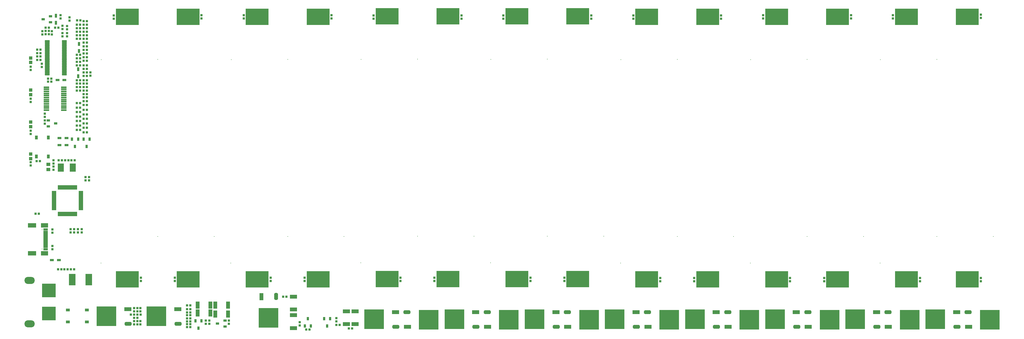
<source format=gts>
G04*
G04 #@! TF.GenerationSoftware,Altium Limited,Altium Designer,18.1.7 (191)*
G04*
G04 Layer_Color=8388736*
%FSLAX44Y44*%
%MOMM*%
G71*
G01*
G75*
%ADD49R,1.2032X0.6532*%
%ADD50R,1.0032X1.0032*%
%ADD51R,0.8032X0.8032*%
%ADD52R,6.2032X6.2032*%
G04:AMPARAMS|DCode=53|XSize=2.2032mm|YSize=1.2032mm|CornerRadius=0mm|HoleSize=0mm|Usage=FLASHONLY|Rotation=180.000|XOffset=0mm|YOffset=0mm|HoleType=Round|Shape=Octagon|*
%AMOCTAGOND53*
4,1,8,-1.1016,0.3008,-1.1016,-0.3008,-0.8008,-0.6016,0.8008,-0.6016,1.1016,-0.3008,1.1016,0.3008,0.8008,0.6016,-0.8008,0.6016,-1.1016,0.3008,0.0*
%
%ADD53OCTAGOND53*%

%ADD54R,2.2032X1.2032*%
%ADD55R,7.2032X5.2032*%
%ADD56R,6.2032X6.2032*%
G04:AMPARAMS|DCode=57|XSize=2.2032mm|YSize=1.2032mm|CornerRadius=0mm|HoleSize=0mm|Usage=FLASHONLY|Rotation=90.000|XOffset=0mm|YOffset=0mm|HoleType=Round|Shape=Octagon|*
%AMOCTAGOND57*
4,1,8,0.3008,1.1016,-0.3008,1.1016,-0.6016,0.8008,-0.6016,-0.8008,-0.3008,-1.1016,0.3008,-1.1016,0.6016,-0.8008,0.6016,0.8008,0.3008,1.1016,0.0*
%
%ADD57OCTAGOND57*%

%ADD58R,1.2032X2.2032*%
%ADD59R,0.8032X0.8032*%
%ADD60R,2.2032X1.3032*%
%ADD61R,0.7532X1.0032*%
%ADD62R,1.6532X0.5032*%
%ADD63R,1.3032X0.9032*%
%ADD64R,0.9032X1.3032*%
%ADD65R,1.1832X1.1332*%
%ADD66R,1.3532X0.8032*%
%ADD67R,1.3532X0.5032*%
%ADD68R,2.0032X3.6032*%
%ADD69O,1.5532X0.5532*%
%ADD70R,1.4032X0.5032*%
%ADD71R,0.5032X1.4032*%
%ADD72R,1.0032X0.7532*%
%ADD73R,0.6532X1.2032*%
%ADD74R,1.9032X2.6032*%
%ADD75R,1.3032X2.2032*%
%ADD76R,4.2032X4.2032*%
%ADD77O,3.2032X2.2032*%
%ADD78C,0.2032*%
%ADD79R,2.2032X1.4032*%
%ADD80R,2.5032X1.4032*%
D49*
X342000Y396000D02*
D03*
X320000D02*
D03*
X359000Y958000D02*
D03*
X337000D02*
D03*
X365000Y755000D02*
D03*
X343000D02*
D03*
X365000Y777000D02*
D03*
X343000D02*
D03*
D50*
X254000Y727000D02*
D03*
Y713000D02*
D03*
Y813000D02*
D03*
Y827000D02*
D03*
Y913000D02*
D03*
Y927000D02*
D03*
Y1013000D02*
D03*
Y1027000D02*
D03*
D51*
Y691920D02*
D03*
Y702080D02*
D03*
X1093000Y191920D02*
D03*
Y202080D02*
D03*
X320000Y1100920D02*
D03*
Y1111080D02*
D03*
X596000Y206080D02*
D03*
Y195920D02*
D03*
X576000Y206080D02*
D03*
Y195920D02*
D03*
X586000D02*
D03*
Y206080D02*
D03*
X596000Y246080D02*
D03*
Y235920D02*
D03*
X254000Y789920D02*
D03*
Y800080D02*
D03*
Y889920D02*
D03*
Y900080D02*
D03*
X800000Y196920D02*
D03*
Y207080D02*
D03*
X254000Y989920D02*
D03*
Y1000080D02*
D03*
X367000Y1105203D02*
D03*
Y1095043D02*
D03*
Y1127203D02*
D03*
Y1117043D02*
D03*
X310000Y1111203D02*
D03*
Y1101043D02*
D03*
X298000Y832080D02*
D03*
Y821920D02*
D03*
X425000Y645110D02*
D03*
Y655270D02*
D03*
X347000Y1150920D02*
D03*
Y1161080D02*
D03*
X353000Y1095043D02*
D03*
Y1105203D02*
D03*
X353000Y1117110D02*
D03*
Y1127270D02*
D03*
X300000Y1111203D02*
D03*
Y1101043D02*
D03*
X440000Y972110D02*
D03*
Y982270D02*
D03*
X436000Y644920D02*
D03*
Y655080D02*
D03*
X401000Y482920D02*
D03*
Y493080D02*
D03*
X413000Y482920D02*
D03*
Y493080D02*
D03*
X290000Y1100920D02*
D03*
Y1111080D02*
D03*
X1207000Y215080D02*
D03*
Y204920D02*
D03*
X288000Y1009080D02*
D03*
Y998920D02*
D03*
X378000Y482920D02*
D03*
Y493080D02*
D03*
X389000Y482920D02*
D03*
Y493080D02*
D03*
X375000Y1154203D02*
D03*
Y1144043D02*
D03*
X298000Y853080D02*
D03*
Y842920D02*
D03*
X325000Y677920D02*
D03*
Y688080D02*
D03*
Y708080D02*
D03*
Y697920D02*
D03*
X872000Y207080D02*
D03*
Y196920D02*
D03*
X321000Y440080D02*
D03*
Y429920D02*
D03*
Y481920D02*
D03*
Y492080D02*
D03*
X3217000Y1162080D02*
D03*
Y1151920D02*
D03*
Y340080D02*
D03*
Y329920D02*
D03*
X1597000Y1160080D02*
D03*
Y1149920D02*
D03*
X2133000Y1160080D02*
D03*
Y1149920D02*
D03*
X1513000Y341080D02*
D03*
Y330920D02*
D03*
X2217000Y340080D02*
D03*
Y329920D02*
D03*
X513000Y1160080D02*
D03*
Y1149920D02*
D03*
X1192000Y1161080D02*
D03*
Y1150920D02*
D03*
X1108000Y341080D02*
D03*
Y330920D02*
D03*
X597000Y341080D02*
D03*
Y330920D02*
D03*
X2943000Y1161080D02*
D03*
Y1150920D02*
D03*
X3027000Y340080D02*
D03*
Y329920D02*
D03*
X2812000Y1161080D02*
D03*
Y1150920D02*
D03*
X2538000Y1161080D02*
D03*
Y1150920D02*
D03*
X2728000Y340080D02*
D03*
Y329920D02*
D03*
X2622000Y340080D02*
D03*
Y329920D02*
D03*
X2407000Y1160080D02*
D03*
Y1149920D02*
D03*
X2323000Y340080D02*
D03*
Y329920D02*
D03*
X2002000Y1160080D02*
D03*
Y1149920D02*
D03*
X1918000Y341080D02*
D03*
Y330920D02*
D03*
X1728000Y1160080D02*
D03*
Y1149920D02*
D03*
X1812000Y341080D02*
D03*
Y330920D02*
D03*
X1323000Y1160080D02*
D03*
Y1149920D02*
D03*
X1407000Y341080D02*
D03*
Y330920D02*
D03*
X918000Y1161080D02*
D03*
Y1150920D02*
D03*
X1002000Y341080D02*
D03*
Y330920D02*
D03*
X786000Y1161080D02*
D03*
Y1150920D02*
D03*
X703000Y341080D02*
D03*
Y330920D02*
D03*
X811000Y207080D02*
D03*
Y196920D02*
D03*
D52*
X1495000Y210000D02*
D03*
X1325000Y212000D02*
D03*
X1745000Y210000D02*
D03*
X1575000Y212000D02*
D03*
X1995000Y210000D02*
D03*
X1825000Y212000D02*
D03*
X2245000Y210000D02*
D03*
X2075000Y212000D02*
D03*
X2495000Y210000D02*
D03*
X2325000Y212000D02*
D03*
X2745000Y210000D02*
D03*
X2575000Y212000D02*
D03*
X2995000Y210000D02*
D03*
X2825000Y212000D02*
D03*
X3245000Y210000D02*
D03*
X3075000Y212000D02*
D03*
X490000Y221000D02*
D03*
X646000Y221000D02*
D03*
D53*
X1427500Y234000D02*
D03*
X1392500Y188000D02*
D03*
X1677500Y234000D02*
D03*
X1642500Y188000D02*
D03*
X1927500Y234000D02*
D03*
X1892500Y188000D02*
D03*
X2177500Y234000D02*
D03*
X2142500Y188000D02*
D03*
X2427500Y234000D02*
D03*
X2392500Y188000D02*
D03*
X2677500Y234000D02*
D03*
X2642500Y188000D02*
D03*
X2927500Y234000D02*
D03*
X2892500Y188000D02*
D03*
X3177500Y234000D02*
D03*
X3142500Y188000D02*
D03*
X557500Y197000D02*
D03*
X713500Y197000D02*
D03*
D54*
X1428500Y188000D02*
D03*
X1391500Y234000D02*
D03*
X1678500Y188000D02*
D03*
X1641500Y234000D02*
D03*
X1928500Y188000D02*
D03*
X1891500Y234000D02*
D03*
X2178500Y188000D02*
D03*
X2141500Y234000D02*
D03*
X2428500Y188000D02*
D03*
X2391500Y234000D02*
D03*
X2678500Y188000D02*
D03*
X2641500Y234000D02*
D03*
X2928500Y188000D02*
D03*
X2891500Y234000D02*
D03*
X3178500Y188000D02*
D03*
X3141500Y234000D02*
D03*
X556500Y243000D02*
D03*
X712500Y243000D02*
D03*
D55*
X1770000Y337000D02*
D03*
X1770000Y1157000D02*
D03*
X1960000D02*
D03*
Y337000D02*
D03*
X555000Y336000D02*
D03*
X555000Y1156000D02*
D03*
X745000D02*
D03*
Y336000D02*
D03*
X1365000Y337000D02*
D03*
X1365000Y1157000D02*
D03*
X1555000D02*
D03*
Y337000D02*
D03*
X960000Y336000D02*
D03*
X960000Y1156000D02*
D03*
X1150000D02*
D03*
Y336000D02*
D03*
X2985000Y336000D02*
D03*
X2985000Y1156000D02*
D03*
X3175000D02*
D03*
Y336000D02*
D03*
X2580000D02*
D03*
X2580000Y1156000D02*
D03*
X2770000D02*
D03*
Y336000D02*
D03*
X2175000D02*
D03*
X2175000Y1156000D02*
D03*
X2365000D02*
D03*
Y336000D02*
D03*
D56*
X995000Y215500D02*
D03*
D57*
X1019000Y283000D02*
D03*
D58*
X973000Y282000D02*
D03*
D59*
X1040920D02*
D03*
X1051080D02*
D03*
X1123080Y179000D02*
D03*
X1112920D02*
D03*
X408080Y1026123D02*
D03*
X397920D02*
D03*
X576080Y226000D02*
D03*
X565920D02*
D03*
X586080Y246000D02*
D03*
X575920D02*
D03*
X586080Y216000D02*
D03*
X575920D02*
D03*
X586080Y236000D02*
D03*
X575920D02*
D03*
X596080Y226000D02*
D03*
X585920D02*
D03*
X751080Y187000D02*
D03*
X740920D02*
D03*
X751080Y196000D02*
D03*
X740920D02*
D03*
X740920Y255000D02*
D03*
X751080D02*
D03*
X740920Y214000D02*
D03*
X751080D02*
D03*
X740920Y205000D02*
D03*
X751080D02*
D03*
X740920Y243000D02*
D03*
X751080D02*
D03*
Y233000D02*
D03*
X740920D02*
D03*
X740920Y224000D02*
D03*
X751080D02*
D03*
X1256080Y183000D02*
D03*
X1245920D02*
D03*
X418920Y1142190D02*
D03*
X429080D02*
D03*
X429080Y1120123D02*
D03*
X418920D02*
D03*
X429080Y1098123D02*
D03*
X418920D02*
D03*
X397920Y1120123D02*
D03*
X408080D02*
D03*
X397920Y1098123D02*
D03*
X408080D02*
D03*
X418920Y1018123D02*
D03*
X429080D02*
D03*
X397920Y1037123D02*
D03*
X408080D02*
D03*
X369080Y367000D02*
D03*
X358920D02*
D03*
X429080Y957123D02*
D03*
X418920D02*
D03*
X429080Y936124D02*
D03*
X418920D02*
D03*
X429160Y914123D02*
D03*
X419000D02*
D03*
X397920Y957123D02*
D03*
X408080D02*
D03*
X397920Y936123D02*
D03*
X408080D02*
D03*
X418920Y837190D02*
D03*
X429080D02*
D03*
X418920Y795190D02*
D03*
X429080D02*
D03*
X397920Y816190D02*
D03*
X408080D02*
D03*
X1206920Y194000D02*
D03*
X1217080D02*
D03*
X273920Y1053000D02*
D03*
X284080D02*
D03*
X349080Y367000D02*
D03*
X338920D02*
D03*
X307920Y953000D02*
D03*
X318080D02*
D03*
X371080Y708000D02*
D03*
X360920D02*
D03*
X391080Y708000D02*
D03*
X380920D02*
D03*
X340920D02*
D03*
X351080D02*
D03*
X271920Y705000D02*
D03*
X282080D02*
D03*
X429000Y1131123D02*
D03*
X418840D02*
D03*
X397920D02*
D03*
X408080D02*
D03*
X429080Y1109123D02*
D03*
X418920D02*
D03*
X397920D02*
D03*
X408080D02*
D03*
X429080Y1087123D02*
D03*
X418920D02*
D03*
X397920D02*
D03*
X408080D02*
D03*
X418920Y1075123D02*
D03*
X429080D02*
D03*
X418920Y1063123D02*
D03*
X429080D02*
D03*
X273920Y1042000D02*
D03*
X284080D02*
D03*
X418920Y1052123D02*
D03*
X429080D02*
D03*
X418920Y1041123D02*
D03*
X429080D02*
D03*
X273920Y1032000D02*
D03*
X284080D02*
D03*
X389080Y367000D02*
D03*
X378920D02*
D03*
X418920Y1029123D02*
D03*
X429080D02*
D03*
X284080Y1021000D02*
D03*
X273920D02*
D03*
X429080Y1004123D02*
D03*
X418920D02*
D03*
X397920Y1015123D02*
D03*
X408080D02*
D03*
X397920Y1004123D02*
D03*
X408080D02*
D03*
X429080Y993123D02*
D03*
X418920D02*
D03*
Y982123D02*
D03*
X429080D02*
D03*
X418920Y971123D02*
D03*
X429080D02*
D03*
X429080Y947123D02*
D03*
X418920D02*
D03*
X397920Y947123D02*
D03*
X408080D02*
D03*
X429080Y925123D02*
D03*
X418920D02*
D03*
X397920Y925123D02*
D03*
X408080D02*
D03*
X418920Y904123D02*
D03*
X429080D02*
D03*
X418920Y892190D02*
D03*
X429080D02*
D03*
X418920Y880190D02*
D03*
X429080D02*
D03*
X397920Y886190D02*
D03*
X408080D02*
D03*
X418920Y865190D02*
D03*
X429080D02*
D03*
X397920Y872190D02*
D03*
X408080D02*
D03*
X397920Y858190D02*
D03*
X408080D02*
D03*
X418920Y851190D02*
D03*
X429080D02*
D03*
X397920Y844190D02*
D03*
X408080D02*
D03*
X418920Y823190D02*
D03*
X429080D02*
D03*
X397920Y830190D02*
D03*
X408080D02*
D03*
X419000Y809190D02*
D03*
X429160D02*
D03*
X397920Y802190D02*
D03*
X408080D02*
D03*
X279080Y541000D02*
D03*
X268920D02*
D03*
X408270Y1145000D02*
D03*
X398110D02*
D03*
X340080Y1122000D02*
D03*
X329920D02*
D03*
X299920Y1122000D02*
D03*
X310080D02*
D03*
X307920Y963000D02*
D03*
X318080D02*
D03*
D60*
X1073000Y242000D02*
D03*
Y282000D02*
D03*
X1073000Y184000D02*
D03*
Y224000D02*
D03*
X1265000Y236000D02*
D03*
Y196000D02*
D03*
X1238000D02*
D03*
Y236000D02*
D03*
D61*
X1118000Y213500D02*
D03*
X1127500Y190500D02*
D03*
X1108500D02*
D03*
X777000Y183500D02*
D03*
X767500Y206500D02*
D03*
X786500D02*
D03*
X1187500Y213500D02*
D03*
X1168500D02*
D03*
X1178000Y190500D02*
D03*
X401500Y773500D02*
D03*
X382500D02*
D03*
X392000Y750500D02*
D03*
X437500Y773500D02*
D03*
X418500D02*
D03*
X428000Y750500D02*
D03*
D62*
X302500Y890373D02*
D03*
Y896873D02*
D03*
Y903373D02*
D03*
Y909873D02*
D03*
Y916373D02*
D03*
Y922873D02*
D03*
Y935873D02*
D03*
Y929373D02*
D03*
X357000Y929323D02*
D03*
Y935823D02*
D03*
Y922823D02*
D03*
Y916323D02*
D03*
Y909823D02*
D03*
Y903323D02*
D03*
Y896823D02*
D03*
Y890323D02*
D03*
Y883823D02*
D03*
Y877323D02*
D03*
Y870823D02*
D03*
Y864323D02*
D03*
X302500Y864373D02*
D03*
Y870873D02*
D03*
Y877373D02*
D03*
Y883873D02*
D03*
D63*
X369500Y203500D02*
D03*
X428500D02*
D03*
Y240500D02*
D03*
X369500D02*
D03*
D64*
X271500Y778500D02*
D03*
Y719500D02*
D03*
X308500D02*
D03*
Y778500D02*
D03*
D65*
X309000Y694700D02*
D03*
Y679300D02*
D03*
D66*
X300160Y492000D02*
D03*
Y484500D02*
D03*
X300190Y437500D02*
D03*
X300160Y430000D02*
D03*
D67*
Y478500D02*
D03*
Y473500D02*
D03*
Y468500D02*
D03*
Y463500D02*
D03*
X300190Y458500D02*
D03*
X300160Y453500D02*
D03*
Y448500D02*
D03*
Y443500D02*
D03*
D68*
X435000Y335000D02*
D03*
X383000D02*
D03*
D69*
X358750Y975623D02*
D03*
Y980623D02*
D03*
Y985623D02*
D03*
Y990623D02*
D03*
Y995623D02*
D03*
Y1000623D02*
D03*
Y1005623D02*
D03*
Y1010623D02*
D03*
Y1015623D02*
D03*
Y1020623D02*
D03*
Y1025623D02*
D03*
Y1030623D02*
D03*
Y1035623D02*
D03*
Y1040623D02*
D03*
Y1045623D02*
D03*
Y1050623D02*
D03*
Y1055623D02*
D03*
Y1060623D02*
D03*
Y1065623D02*
D03*
Y1070623D02*
D03*
Y1075623D02*
D03*
Y1080623D02*
D03*
X305250Y975623D02*
D03*
Y980623D02*
D03*
Y985623D02*
D03*
Y990623D02*
D03*
Y995623D02*
D03*
Y1000623D02*
D03*
Y1005623D02*
D03*
Y1010623D02*
D03*
Y1015623D02*
D03*
Y1020623D02*
D03*
Y1025623D02*
D03*
Y1030623D02*
D03*
Y1035623D02*
D03*
Y1040623D02*
D03*
Y1045623D02*
D03*
Y1050623D02*
D03*
Y1055623D02*
D03*
Y1060623D02*
D03*
Y1065623D02*
D03*
Y1070623D02*
D03*
Y1075623D02*
D03*
Y1080623D02*
D03*
D70*
X410000Y554123D02*
D03*
Y559123D02*
D03*
Y564123D02*
D03*
Y569123D02*
D03*
Y574123D02*
D03*
Y579123D02*
D03*
Y584123D02*
D03*
Y589123D02*
D03*
Y594123D02*
D03*
Y599123D02*
D03*
Y604123D02*
D03*
Y609123D02*
D03*
X326500Y554123D02*
D03*
Y559123D02*
D03*
Y564123D02*
D03*
Y569123D02*
D03*
Y574123D02*
D03*
Y579123D02*
D03*
Y584123D02*
D03*
Y589123D02*
D03*
Y594123D02*
D03*
Y599123D02*
D03*
Y604123D02*
D03*
Y609123D02*
D03*
D71*
X340750Y539873D02*
D03*
X345750D02*
D03*
X350750D02*
D03*
X355750D02*
D03*
X360750D02*
D03*
X365750D02*
D03*
X370750D02*
D03*
X375750D02*
D03*
X380750D02*
D03*
X385750D02*
D03*
X390750D02*
D03*
X395750D02*
D03*
X340750Y623373D02*
D03*
X345750D02*
D03*
X350750D02*
D03*
X355750Y623373D02*
D03*
X360750Y623373D02*
D03*
X365750D02*
D03*
X370750D02*
D03*
X375750D02*
D03*
X380750D02*
D03*
X385750Y623373D02*
D03*
X390750Y623373D02*
D03*
X395750Y623373D02*
D03*
D72*
X315500Y1138690D02*
D03*
Y1157690D02*
D03*
X292500Y1148191D02*
D03*
X308500Y832500D02*
D03*
Y813500D02*
D03*
X331500Y823000D02*
D03*
X859500Y188500D02*
D03*
Y207500D02*
D03*
X836500Y198000D02*
D03*
D73*
X332000Y1159190D02*
D03*
Y1137190D02*
D03*
X404000Y1071123D02*
D03*
Y1049123D02*
D03*
X402000Y992123D02*
D03*
Y970123D02*
D03*
D74*
X384500Y685123D02*
D03*
X347500D02*
D03*
D75*
X829000Y256000D02*
D03*
X869000D02*
D03*
X774000D02*
D03*
X814000D02*
D03*
X869000Y228000D02*
D03*
X829000D02*
D03*
X814000Y231000D02*
D03*
X774000D02*
D03*
D76*
X310000Y301000D02*
D03*
Y229000D02*
D03*
D77*
X250000Y332500D02*
D03*
Y197500D02*
D03*
D78*
X1865000Y470648D02*
D03*
Y1023352D02*
D03*
X1689000Y1023000D02*
D03*
X1688000Y388000D02*
D03*
X2041000Y471000D02*
D03*
X650000Y469648D02*
D03*
Y1022352D02*
D03*
X474000Y1022000D02*
D03*
X473000Y387000D02*
D03*
X826000Y470000D02*
D03*
X1460000Y470648D02*
D03*
Y1023352D02*
D03*
X1284000Y1023000D02*
D03*
X1283000Y388000D02*
D03*
X1636000Y471000D02*
D03*
X1055000Y469648D02*
D03*
Y1022352D02*
D03*
X879000Y1022000D02*
D03*
X878000Y387000D02*
D03*
X1231000Y470000D02*
D03*
X289190Y491000D02*
D03*
Y431000D02*
D03*
X3080000Y469648D02*
D03*
Y1022352D02*
D03*
X2904000Y1022000D02*
D03*
X2903000Y387000D02*
D03*
X3256000Y470000D02*
D03*
X2675000Y469648D02*
D03*
Y1022352D02*
D03*
X2499000Y1022000D02*
D03*
X2498000Y387000D02*
D03*
X2851000Y470000D02*
D03*
X2270000Y469648D02*
D03*
Y1022352D02*
D03*
X2094000Y1022000D02*
D03*
X2093000Y387000D02*
D03*
X2446000Y470000D02*
D03*
D79*
X296360Y504200D02*
D03*
Y417700D02*
D03*
D80*
X257760Y504200D02*
D03*
Y417700D02*
D03*
M02*

</source>
